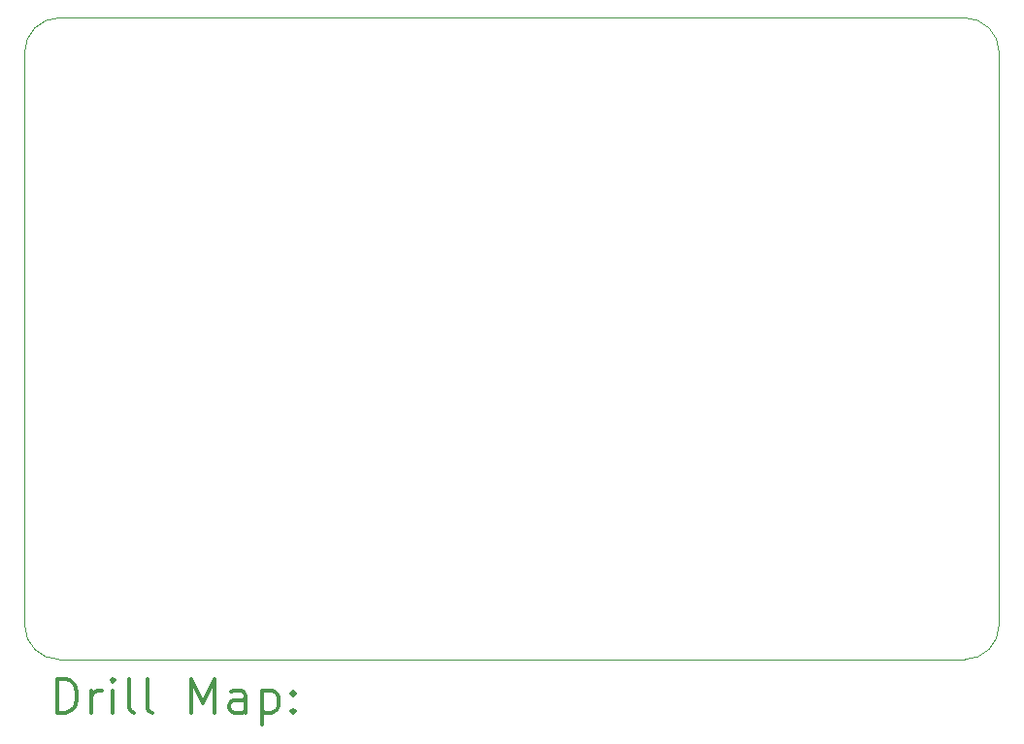
<source format=gbr>
%FSLAX45Y45*%
G04 Gerber Fmt 4.5, Leading zero omitted, Abs format (unit mm)*
G04 Created by KiCad (PCBNEW 5.1.12-84ad8e8a86~92~ubuntu20.04.1) date 2022-01-15 16:11:54*
%MOMM*%
%LPD*%
G01*
G04 APERTURE LIST*
%TA.AperFunction,Profile*%
%ADD10C,0.050000*%
%TD*%
%ADD11C,0.200000*%
%ADD12C,0.300000*%
G04 APERTURE END LIST*
D10*
X20500000Y-11300000D02*
G75*
G02*
X20200000Y-11600000I-300000J0D01*
G01*
X12300000Y-11600000D02*
G75*
G02*
X12000000Y-11300000I0J300000D01*
G01*
X12000000Y-6300000D02*
G75*
G02*
X12300000Y-6000000I300000J0D01*
G01*
X20200000Y-6000000D02*
G75*
G02*
X20500000Y-6300000I0J-300000D01*
G01*
X12000000Y-11300000D02*
X12000000Y-6300000D01*
X20200000Y-11600000D02*
X12300000Y-11600000D01*
X20500000Y-6300000D02*
X20500000Y-11300000D01*
X12300000Y-6000000D02*
X20200000Y-6000000D01*
D11*
D12*
X12283928Y-12068214D02*
X12283928Y-11768214D01*
X12355357Y-11768214D01*
X12398214Y-11782500D01*
X12426786Y-11811071D01*
X12441071Y-11839643D01*
X12455357Y-11896786D01*
X12455357Y-11939643D01*
X12441071Y-11996786D01*
X12426786Y-12025357D01*
X12398214Y-12053929D01*
X12355357Y-12068214D01*
X12283928Y-12068214D01*
X12583928Y-12068214D02*
X12583928Y-11868214D01*
X12583928Y-11925357D02*
X12598214Y-11896786D01*
X12612500Y-11882500D01*
X12641071Y-11868214D01*
X12669643Y-11868214D01*
X12769643Y-12068214D02*
X12769643Y-11868214D01*
X12769643Y-11768214D02*
X12755357Y-11782500D01*
X12769643Y-11796786D01*
X12783928Y-11782500D01*
X12769643Y-11768214D01*
X12769643Y-11796786D01*
X12955357Y-12068214D02*
X12926786Y-12053929D01*
X12912500Y-12025357D01*
X12912500Y-11768214D01*
X13112500Y-12068214D02*
X13083928Y-12053929D01*
X13069643Y-12025357D01*
X13069643Y-11768214D01*
X13455357Y-12068214D02*
X13455357Y-11768214D01*
X13555357Y-11982500D01*
X13655357Y-11768214D01*
X13655357Y-12068214D01*
X13926786Y-12068214D02*
X13926786Y-11911071D01*
X13912500Y-11882500D01*
X13883928Y-11868214D01*
X13826786Y-11868214D01*
X13798214Y-11882500D01*
X13926786Y-12053929D02*
X13898214Y-12068214D01*
X13826786Y-12068214D01*
X13798214Y-12053929D01*
X13783928Y-12025357D01*
X13783928Y-11996786D01*
X13798214Y-11968214D01*
X13826786Y-11953929D01*
X13898214Y-11953929D01*
X13926786Y-11939643D01*
X14069643Y-11868214D02*
X14069643Y-12168214D01*
X14069643Y-11882500D02*
X14098214Y-11868214D01*
X14155357Y-11868214D01*
X14183928Y-11882500D01*
X14198214Y-11896786D01*
X14212500Y-11925357D01*
X14212500Y-12011071D01*
X14198214Y-12039643D01*
X14183928Y-12053929D01*
X14155357Y-12068214D01*
X14098214Y-12068214D01*
X14069643Y-12053929D01*
X14341071Y-12039643D02*
X14355357Y-12053929D01*
X14341071Y-12068214D01*
X14326786Y-12053929D01*
X14341071Y-12039643D01*
X14341071Y-12068214D01*
X14341071Y-11882500D02*
X14355357Y-11896786D01*
X14341071Y-11911071D01*
X14326786Y-11896786D01*
X14341071Y-11882500D01*
X14341071Y-11911071D01*
M02*

</source>
